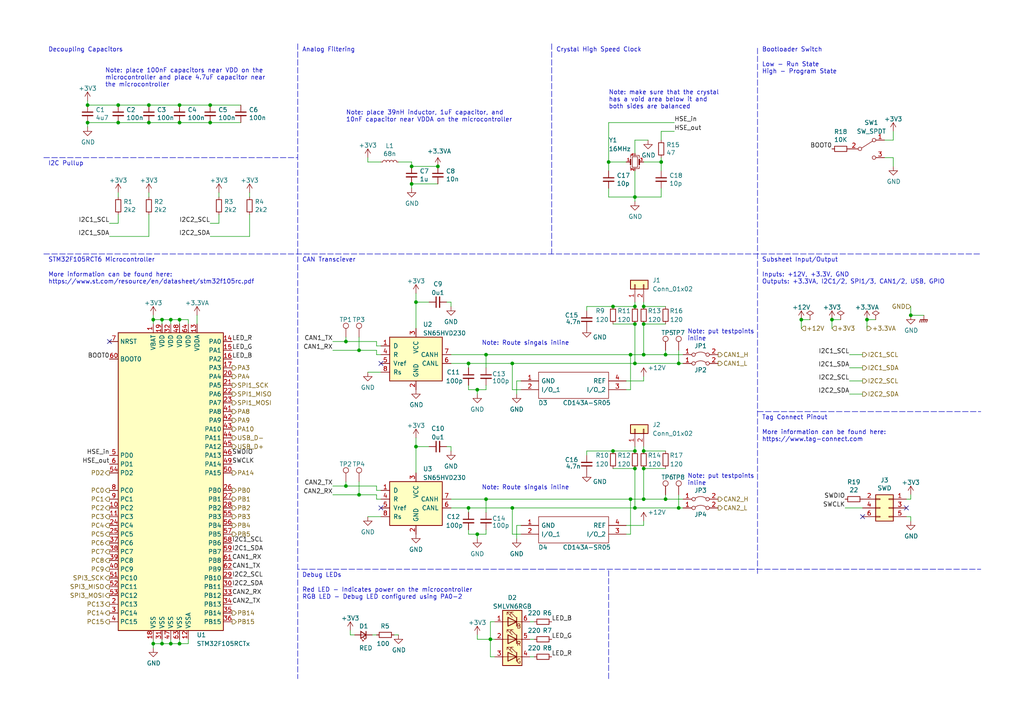
<source format=kicad_sch>
(kicad_sch (version 20211123) (generator eeschema)
  (paper "A4")
  (title_block (title "STM32F105RCT6 Subsheet") (date "2022-10-09") (company "Longhorn Racing"))
  (junction (at 251.46 92.71))
  (junction (at 138.43 154.94))
  (junction (at 49.53 186.69))
  (junction (at 135.89 147.32))
  (junction (at 184.15 57.15))
  (junction (at 119.38 53.34))
  (junction (at 184.15 135.89))
  (junction (at 104.14 143.51))
  (junction (at 60.96 35.56))
  (junction (at 140.97 102.87))
  (junction (at 34.29 35.56))
  (junction (at 100.33 99.06))
  (junction (at 104.14 101.6))
  (junction (at 43.18 35.56))
  (junction (at 186.69 88.9))
  (junction (at 142.24 185.42))
  (junction (at 177.8 88.9))
  (junction (at 148.59 105.41))
  (junction (at 60.96 30.48))
  (junction (at 196.85 105.41))
  (junction (at 196.85 147.32))
  (junction (at 186.69 93.98))
  (junction (at 44.45 186.69))
  (junction (at 186.69 135.89))
  (junction (at 186.69 144.78))
  (junction (at 52.07 92.71))
  (junction (at 100.33 140.97))
  (junction (at 186.69 130.81))
  (junction (at 177.8 130.81))
  (junction (at 184.15 93.98))
  (junction (at 148.59 147.32))
  (junction (at 120.65 129.54))
  (junction (at 184.15 147.32))
  (junction (at 46.99 186.69))
  (junction (at 184.15 105.41))
  (junction (at 176.53 46.99))
  (junction (at 119.38 48.26))
  (junction (at 193.04 102.87))
  (junction (at 34.29 30.48))
  (junction (at 44.45 92.71))
  (junction (at 127 48.26))
  (junction (at 241.3 92.71))
  (junction (at 184.15 88.9))
  (junction (at 184.15 130.81))
  (junction (at 52.07 186.69))
  (junction (at 52.07 30.48))
  (junction (at 46.99 92.71))
  (junction (at 135.89 105.41))
  (junction (at 120.65 87.63))
  (junction (at 25.4 35.56))
  (junction (at 182.88 144.78))
  (junction (at 25.4 30.48))
  (junction (at 186.69 102.87))
  (junction (at 232.41 92.71))
  (junction (at 140.97 144.78))
  (junction (at 138.43 113.03))
  (junction (at 264.16 91.44))
  (junction (at 193.04 144.78))
  (junction (at 182.88 102.87))
  (junction (at 191.77 46.99))
  (junction (at 52.07 35.56))
  (junction (at 49.53 92.71))
  (junction (at 43.18 30.48))
  (no_connect (at 31.75 99.06))
  (no_connect (at 262.89 147.32))
  (no_connect (at 250.19 149.86))
  (no_connect (at 110.49 147.32))
  (no_connect (at 110.49 105.41))
  (wire (pts (xy 106.68 45.72) (xy 106.68 46.99)))
  (wire (pts (xy 149.86 110.49) (xy 149.86 114.3)))
  (wire (pts (xy 245.11 147.32) (xy 250.19 147.32)))
  (wire (pts (xy 130.81 87.63) (xy 130.81 88.9)))
  (wire (pts (xy 262.89 144.78) (xy 264.16 144.78)))
  (wire (pts (xy 100.33 97.79) (xy 100.33 99.06)))
  (wire (pts (xy 63.5 55.88) (xy 63.5 57.15)))
  (wire (pts (xy 100.33 140.97) (xy 109.22 140.97)))
  (polyline (pts (xy 160.02 165.1) (xy 86.36 165.1)))
  (wire (pts (xy 43.18 30.48) (xy 52.07 30.48)))
  (wire (pts (xy 259.08 40.64) (xy 259.08 38.1)))
  (wire (pts (xy 140.97 144.78) (xy 140.97 148.59)))
  (wire (pts (xy 63.5 64.77) (xy 63.5 62.23)))
  (wire (pts (xy 109.22 100.33) (xy 110.49 100.33)))
  (wire (pts (xy 25.4 36.83) (xy 25.4 35.56)))
  (wire (pts (xy 140.97 144.78) (xy 182.88 144.78)))
  (wire (pts (xy 44.45 186.69) (xy 44.45 187.96)))
  (wire (pts (xy 153.67 180.34) (xy 154.94 180.34)))
  (wire (pts (xy 130.81 144.78) (xy 140.97 144.78)))
  (wire (pts (xy 191.77 46.99) (xy 191.77 49.53)))
  (wire (pts (xy 109.22 102.87) (xy 110.49 102.87)))
  (wire (pts (xy 182.88 102.87) (xy 182.88 113.03)))
  (wire (pts (xy 72.39 55.88) (xy 72.39 57.15)))
  (wire (pts (xy 60.96 35.56) (xy 69.85 35.56)))
  (wire (pts (xy 140.97 102.87) (xy 182.88 102.87)))
  (wire (pts (xy 246.38 110.49) (xy 250.19 110.49)))
  (wire (pts (xy 148.59 147.32) (xy 148.59 154.94)))
  (wire (pts (xy 148.59 154.94) (xy 151.13 154.94)))
  (wire (pts (xy 251.46 92.71) (xy 254 92.71)))
  (wire (pts (xy 186.69 109.22) (xy 186.69 110.49)))
  (wire (pts (xy 129.54 87.63) (xy 130.81 87.63)))
  (wire (pts (xy 148.59 105.41) (xy 184.15 105.41)))
  (wire (pts (xy 264.16 91.44) (xy 264.16 88.9)))
  (wire (pts (xy 170.18 130.81) (xy 170.18 132.08)))
  (wire (pts (xy 135.89 105.41) (xy 135.89 106.68)))
  (wire (pts (xy 187.96 40.64) (xy 184.15 40.64)))
  (wire (pts (xy 177.8 93.98) (xy 184.15 93.98)))
  (wire (pts (xy 96.52 140.97) (xy 100.33 140.97)))
  (wire (pts (xy 25.4 30.48) (xy 34.29 30.48)))
  (wire (pts (xy 184.15 135.89) (xy 184.15 147.32)))
  (wire (pts (xy 186.69 93.98) (xy 186.69 102.87)))
  (wire (pts (xy 135.89 147.32) (xy 148.59 147.32)))
  (wire (pts (xy 25.4 29.21) (xy 25.4 30.48)))
  (wire (pts (xy 186.69 151.13) (xy 186.69 152.4)))
  (wire (pts (xy 182.88 144.78) (xy 182.88 154.94)))
  (wire (pts (xy 138.43 113.03) (xy 140.97 113.03)))
  (wire (pts (xy 46.99 186.69) (xy 49.53 186.69)))
  (wire (pts (xy 232.41 92.71) (xy 232.41 95.25)))
  (wire (pts (xy 184.15 57.15) (xy 191.77 57.15)))
  (wire (pts (xy 106.68 107.95) (xy 110.49 107.95)))
  (wire (pts (xy 182.88 102.87) (xy 186.69 102.87)))
  (wire (pts (xy 170.18 88.9) (xy 177.8 88.9)))
  (wire (pts (xy 262.89 149.86) (xy 264.16 149.86)))
  (wire (pts (xy 186.69 93.98) (xy 193.04 93.98)))
  (wire (pts (xy 44.45 92.71) (xy 44.45 91.44)))
  (wire (pts (xy 109.22 142.24) (xy 110.49 142.24)))
  (wire (pts (xy 176.53 54.61) (xy 176.53 57.15)))
  (wire (pts (xy 142.24 180.34) (xy 142.24 185.42)))
  (wire (pts (xy 181.61 152.4) (xy 186.69 152.4)))
  (wire (pts (xy 232.41 92.71) (xy 234.95 92.71)))
  (wire (pts (xy 143.51 180.34) (xy 142.24 180.34)))
  (polyline (pts (xy 160.02 165.1) (xy 284.48 165.1)))
  (wire (pts (xy 49.53 92.71) (xy 46.99 92.71)))
  (wire (pts (xy 120.65 87.63) (xy 120.65 95.25)))
  (wire (pts (xy 106.68 46.99) (xy 110.49 46.99)))
  (wire (pts (xy 127 53.34) (xy 119.38 53.34)))
  (wire (pts (xy 60.96 64.77) (xy 63.5 64.77)))
  (wire (pts (xy 186.69 135.89) (xy 186.69 144.78)))
  (wire (pts (xy 181.61 113.03) (xy 182.88 113.03)))
  (wire (pts (xy 142.24 190.5) (xy 143.51 190.5)))
  (wire (pts (xy 138.43 154.94) (xy 138.43 156.21)))
  (wire (pts (xy 100.33 139.7) (xy 100.33 140.97)))
  (wire (pts (xy 130.81 147.32) (xy 135.89 147.32)))
  (wire (pts (xy 49.53 93.98) (xy 49.53 92.71)))
  (wire (pts (xy 138.43 113.03) (xy 138.43 114.3)))
  (wire (pts (xy 264.16 91.44) (xy 267.97 91.44)))
  (polyline (pts (xy 160.02 12.7) (xy 160.02 73.66)))
  (wire (pts (xy 186.69 88.9) (xy 186.69 87.63)))
  (wire (pts (xy 120.65 129.54) (xy 120.65 137.16)))
  (wire (pts (xy 184.15 40.64) (xy 184.15 44.45)))
  (wire (pts (xy 256.54 40.64) (xy 259.08 40.64)))
  (polyline (pts (xy 86.36 12.7) (xy 86.36 196.85)))
  (wire (pts (xy 44.45 93.98) (xy 44.45 92.71)))
  (wire (pts (xy 196.85 101.6) (xy 196.85 105.41)))
  (wire (pts (xy 184.15 87.63) (xy 184.15 88.9)))
  (wire (pts (xy 52.07 30.48) (xy 60.96 30.48)))
  (wire (pts (xy 151.13 152.4) (xy 149.86 152.4)))
  (wire (pts (xy 140.97 111.76) (xy 140.97 113.03)))
  (wire (pts (xy 109.22 143.51) (xy 109.22 144.78)))
  (wire (pts (xy 34.29 55.88) (xy 34.29 57.15)))
  (wire (pts (xy 138.43 154.94) (xy 140.97 154.94)))
  (wire (pts (xy 49.53 186.69) (xy 52.07 186.69)))
  (wire (pts (xy 256.54 45.72) (xy 259.08 45.72)))
  (wire (pts (xy 142.24 185.42) (xy 143.51 185.42)))
  (wire (pts (xy 43.18 35.56) (xy 52.07 35.56)))
  (wire (pts (xy 140.97 153.67) (xy 140.97 154.94)))
  (wire (pts (xy 129.54 129.54) (xy 130.81 129.54)))
  (wire (pts (xy 186.69 135.89) (xy 193.04 135.89)))
  (wire (pts (xy 184.15 105.41) (xy 196.85 105.41)))
  (wire (pts (xy 130.81 102.87) (xy 140.97 102.87)))
  (wire (pts (xy 135.89 154.94) (xy 138.43 154.94)))
  (wire (pts (xy 177.8 130.81) (xy 184.15 130.81)))
  (wire (pts (xy 184.15 93.98) (xy 184.15 105.41)))
  (polyline (pts (xy 219.71 13.97) (xy 219.71 166.37)))
  (wire (pts (xy 186.69 102.87) (xy 193.04 102.87)))
  (polyline (pts (xy 12.7 45.72) (xy 86.36 45.72)))
  (wire (pts (xy 170.18 130.81) (xy 177.8 130.81)))
  (wire (pts (xy 120.65 85.09) (xy 120.65 87.63)))
  (wire (pts (xy 151.13 110.49) (xy 149.86 110.49)))
  (wire (pts (xy 264.16 144.78) (xy 264.16 143.51)))
  (wire (pts (xy 193.04 101.6) (xy 193.04 102.87)))
  (wire (pts (xy 60.96 30.48) (xy 69.85 30.48)))
  (wire (pts (xy 44.45 186.69) (xy 44.45 185.42)))
  (wire (pts (xy 191.77 38.1) (xy 195.58 38.1)))
  (wire (pts (xy 259.08 45.72) (xy 259.08 48.26)))
  (wire (pts (xy 191.77 40.64) (xy 191.77 38.1)))
  (wire (pts (xy 107.95 184.15) (xy 109.22 184.15)))
  (wire (pts (xy 104.14 97.79) (xy 104.14 101.6)))
  (wire (pts (xy 34.29 30.48) (xy 43.18 30.48)))
  (wire (pts (xy 135.89 147.32) (xy 135.89 148.59)))
  (wire (pts (xy 140.97 102.87) (xy 140.97 106.68)))
  (wire (pts (xy 52.07 92.71) (xy 52.07 93.98)))
  (wire (pts (xy 72.39 68.58) (xy 72.39 62.23)))
  (wire (pts (xy 104.14 143.51) (xy 109.22 143.51)))
  (wire (pts (xy 104.14 101.6) (xy 109.22 101.6)))
  (wire (pts (xy 182.88 144.78) (xy 186.69 144.78)))
  (wire (pts (xy 181.61 154.94) (xy 182.88 154.94)))
  (wire (pts (xy 176.53 49.53) (xy 176.53 46.99)))
  (wire (pts (xy 31.75 64.77) (xy 34.29 64.77)))
  (wire (pts (xy 46.99 185.42) (xy 46.99 186.69)))
  (wire (pts (xy 196.85 143.51) (xy 196.85 147.32)))
  (polyline (pts (xy 176.53 196.85) (xy 176.53 165.1)))
  (wire (pts (xy 135.89 113.03) (xy 138.43 113.03)))
  (wire (pts (xy 54.61 186.69) (xy 54.61 185.42)))
  (wire (pts (xy 124.46 87.63) (xy 120.65 87.63)))
  (wire (pts (xy 184.15 57.15) (xy 184.15 58.42)))
  (wire (pts (xy 119.38 53.34) (xy 119.38 54.61)))
  (wire (pts (xy 193.04 102.87) (xy 198.12 102.87)))
  (wire (pts (xy 106.68 149.86) (xy 110.49 149.86)))
  (wire (pts (xy 49.53 92.71) (xy 52.07 92.71)))
  (wire (pts (xy 52.07 92.71) (xy 54.61 92.71)))
  (wire (pts (xy 114.3 184.15) (xy 115.57 184.15)))
  (wire (pts (xy 119.38 46.99) (xy 119.38 48.26)))
  (wire (pts (xy 130.81 105.41) (xy 135.89 105.41)))
  (wire (pts (xy 184.15 49.53) (xy 184.15 57.15)))
  (wire (pts (xy 148.59 105.41) (xy 148.59 113.03)))
  (wire (pts (xy 60.96 68.58) (xy 72.39 68.58)))
  (wire (pts (xy 148.59 147.32) (xy 184.15 147.32)))
  (wire (pts (xy 96.52 99.06) (xy 100.33 99.06)))
  (wire (pts (xy 186.69 130.81) (xy 186.69 129.54)))
  (wire (pts (xy 43.18 68.58) (xy 43.18 62.23)))
  (wire (pts (xy 186.69 46.99) (xy 191.77 46.99)))
  (wire (pts (xy 264.16 149.86) (xy 264.16 151.13)))
  (wire (pts (xy 96.52 143.51) (xy 104.14 143.51)))
  (wire (pts (xy 142.24 185.42) (xy 142.24 190.5)))
  (wire (pts (xy 135.89 105.41) (xy 148.59 105.41)))
  (wire (pts (xy 135.89 153.67) (xy 135.89 154.94)))
  (wire (pts (xy 52.07 35.56) (xy 60.96 35.56)))
  (wire (pts (xy 181.61 110.49) (xy 186.69 110.49)))
  (wire (pts (xy 246.38 114.3) (xy 250.19 114.3)))
  (wire (pts (xy 176.53 35.56) (xy 195.58 35.56)))
  (wire (pts (xy 154.94 190.5) (xy 153.67 190.5)))
  (wire (pts (xy 246.38 102.87) (xy 250.19 102.87)))
  (wire (pts (xy 101.6 182.88) (xy 101.6 184.15)))
  (wire (pts (xy 241.3 92.71) (xy 243.84 92.71)))
  (wire (pts (xy 138.43 185.42) (xy 138.43 184.15)))
  (wire (pts (xy 96.52 101.6) (xy 104.14 101.6)))
  (wire (pts (xy 57.15 91.44) (xy 57.15 93.98)))
  (wire (pts (xy 191.77 57.15) (xy 191.77 54.61)))
  (wire (pts (xy 148.59 113.03) (xy 151.13 113.03)))
  (wire (pts (xy 177.8 88.9) (xy 184.15 88.9)))
  (wire (pts (xy 177.8 135.89) (xy 184.15 135.89)))
  (wire (pts (xy 46.99 186.69) (xy 44.45 186.69)))
  (wire (pts (xy 25.4 35.56) (xy 34.29 35.56)))
  (wire (pts (xy 135.89 111.76) (xy 135.89 113.03)))
  (wire (pts (xy 251.46 92.71) (xy 251.46 95.25)))
  (wire (pts (xy 241.3 92.71) (xy 241.3 95.25)))
  (wire (pts (xy 124.46 129.54) (xy 120.65 129.54)))
  (wire (pts (xy 191.77 45.72) (xy 191.77 46.99)))
  (wire (pts (xy 52.07 186.69) (xy 54.61 186.69)))
  (wire (pts (xy 193.04 130.81) (xy 186.69 130.81)))
  (wire (pts (xy 130.81 129.54) (xy 130.81 130.81)))
  (wire (pts (xy 184.15 147.32) (xy 196.85 147.32)))
  (wire (pts (xy 176.53 46.99) (xy 176.53 35.56)))
  (wire (pts (xy 109.22 140.97) (xy 109.22 142.24)))
  (wire (pts (xy 34.29 64.77) (xy 34.29 62.23)))
  (wire (pts (xy 119.38 48.26) (xy 127 48.26)))
  (wire (pts (xy 109.22 101.6) (xy 109.22 102.87)))
  (polyline (pts (xy 219.71 119.38) (xy 284.48 119.38)))
  (wire (pts (xy 149.86 152.4) (xy 149.86 156.21)))
  (wire (pts (xy 246.38 106.68) (xy 250.19 106.68)))
  (wire (pts (xy 196.85 105.41) (xy 198.12 105.41)))
  (wire (pts (xy 193.04 143.51) (xy 193.04 144.78)))
  (wire (pts (xy 34.29 35.56) (xy 43.18 35.56)))
  (wire (pts (xy 176.53 46.99) (xy 181.61 46.99)))
  (wire (pts (xy 170.18 88.9) (xy 170.18 90.17)))
  (wire (pts (xy 31.75 68.58) (xy 43.18 68.58)))
  (wire (pts (xy 100.33 99.06) (xy 109.22 99.06)))
  (wire (pts (xy 176.53 57.15) (xy 184.15 57.15)))
  (wire (pts (xy 52.07 186.69) (xy 52.07 185.42)))
  (polyline (pts (xy 12.7 73.66) (xy 284.48 73.66)))
  (wire (pts (xy 138.43 185.42) (xy 142.24 185.42)))
  (wire (pts (xy 193.04 144.78) (xy 198.12 144.78)))
  (wire (pts (xy 184.15 129.54) (xy 184.15 130.81)))
  (wire (pts (xy 196.85 147.32) (xy 198.12 147.32)))
  (wire (pts (xy 44.45 92.71) (xy 46.99 92.71)))
  (wire (pts (xy 115.57 46.99) (xy 119.38 46.99)))
  (wire (pts (xy 104.14 139.7) (xy 104.14 143.51)))
  (wire (pts (xy 109.22 99.06) (xy 109.22 100.33)))
  (wire (pts (xy 46.99 92.71) (xy 46.99 93.98)))
  (wire (pts (xy 186.69 144.78) (xy 193.04 144.78)))
  (wire (pts (xy 43.18 55.88) (xy 43.18 57.15)))
  (wire (pts (xy 49.53 186.69) (xy 49.53 185.42)))
  (wire (pts (xy 120.65 127) (xy 120.65 129.54)))
  (wire (pts (xy 109.22 144.78) (xy 110.49 144.78)))
  (wire (pts (xy 193.04 88.9) (xy 186.69 88.9)))
  (wire (pts (xy 101.6 184.15) (xy 102.87 184.15)))
  (wire (pts (xy 54.61 92.71) (xy 54.61 93.98)))
  (wire (pts (xy 154.94 185.42) (xy 153.67 185.42)))
  (text "Note: place 100nF capacitors near VDD on the \nmicrocontroller and place 4.7uF capacitor near \nthe microcontroller" (at 30.48 25.4 0) (effects (font (size 1.27 1.27)) (justify left bottom)))
  (text "Note: put testpoints \ninline" (at 199.39 140.97 0) (effects (font (size 1.27 1.27)) (justify left bottom)))
  (text "Note: Route singals inline" (at 139.7 142.24 0) (effects (font (size 1.27 1.27)) (justify left bottom)))
  (text "Inputs: +12V, +3.3V, GND\nOutputs: +3.3VA, I2C1/2, SPI1/3, CAN1/2, USB, GPIO" (at 220.98 82.55 0) (effects (font (size 1.27 1.27)) (justify left bottom)))
  (text "Bootloader Switch" (at 220.98 15.24 0) (effects (font (size 1.27 1.27)) (justify left bottom)))
  (text "Low - Run State\nHigh - Program State" (at 220.98 21.59 0) (effects (font (size 1.27 1.27)) (justify left bottom)))
  (text "Note: Route singals inline" (at 139.7 100.33 0) (effects (font (size 1.27 1.27)) (justify left bottom)))
  (text "Analog Filtering" (at 87.63 15.24 0) (effects (font (size 1.27 1.27)) (justify left bottom)))
  (text "I2C Pullup" (at 13.97 48.26 0) (effects (font (size 1.27 1.27)) (justify left bottom)))
  (text "Tag Connect Pinout" (at 220.98 121.92 0) (effects (font (size 1.27 1.27)) (justify left bottom)))
  (text "Note: place 39nH inductor, 1uF capacitor, and \n10nF capacitor near VDDA on the microcontroller" (at 100.33 35.56 0) (effects (font (size 1.27 1.27)) (justify left bottom)))
  (text "Subsheet Input/Output" (at 220.98 76.2 0) (effects (font (size 1.27 1.27)) (justify left bottom)))
  (text "Debug LEDs" (at 87.63 167.64 0) (effects (font (size 1.27 1.27)) (justify left bottom)))
  (text "Note: make sure that the crystal \nhas a void area below it and\nboth sides are balanced" (at 176.53 31.75 0) (effects (font (size 1.27 1.27)) (justify left bottom)))
  (text "Decoupling Capacitors" (at 13.97 15.24 0) (effects (font (size 1.27 1.27)) (justify left bottom)))
  (text "Crystal High Speed Clock" (at 161.29 15.24 0) (effects (font (size 1.27 1.27)) (justify left bottom)))
  (text "STM32F105RCT6 Microcontroller" (at 13.97 76.2 0) (effects (font (size 1.27 1.27)) (justify left bottom)))
  (text "CAN Transciever\n" (at 87.63 76.2 0) (effects (font (size 1.27 1.27)) (justify left bottom)))
  (text "More information can be found here:\nhttps://www.st.com/resource/en/datasheet/stm32f105rc.pdf" (at 13.97 82.55 0) (effects (font (size 1.27 1.27)) (justify left bottom)))
  (text "More information can be found here: \nhttps://www.tag-connect.com" (at 220.98 128.27 0) (effects (font (size 1.27 1.27)) (justify left bottom)))
  (text "Note: put testpoints \ninline" (at 199.39 99.06 0) (effects (font (size 1.27 1.27)) (justify left bottom)))
  (text "Red LED - Indicates power on the microcontroller\nRGB LED - Debug LED configured using PA0-2" (at 87.63 173.99 0) (effects (font (size 1.27 1.27)) (justify left bottom)))
  (label "SWDIO" (at 245.11 144.78 180))
  (label "HSE_in" (at 195.58 35.56 0))
  (label "SWCLK" (at 245.11 147.32 180))
  (label "SWDIO" (at 67.31 132.08 0))
  (label "HSE_out" (at 31.75 134.62 180))
  (label "CAN2_TX" (at 67.31 175.26 0))
  (label "I2C2_SCL" (at 67.31 167.64 0))
  (label "LED_G" (at 160.02 185.42 0))
  (label "CAN1_RX" (at 96.52 101.6 180))
  (label "LED_B" (at 160.02 180.34 0))
  (label "BOOT0" (at 241.3 43.18 180))
  (label "I2C1_SCL" (at 31.75 64.77 180))
  (label "CAN2_RX" (at 67.31 172.72 0))
  (label "HSE_in" (at 31.75 132.08 180))
  (label "I2C2_SDA" (at 60.96 68.58 180))
  (label "CAN1_RX" (at 67.31 162.56 0))
  (label "CAN1_TX" (at 67.31 165.1 0))
  (label "HSE_out" (at 195.58 38.1 0))
  (label "I2C1_SCL" (at 246.38 102.87 180))
  (label "I2C1_SDA" (at 67.31 160.02 0))
  (label "CAN1_TX" (at 96.52 99.06 180))
  (label "BOOT0" (at 31.75 104.14 180))
  (label "I2C1_SDA" (at 246.38 106.68 180))
  (label "LED_R" (at 67.31 99.06 0))
  (label "LED_B" (at 67.31 104.14 0))
  (label "I2C2_SDA" (at 67.31 170.18 0))
  (label "LED_G" (at 67.31 101.6 0))
  (label "SWCLK" (at 67.31 134.62 0))
  (label "I2C2_SCL" (at 246.38 110.49 180))
  (label "LED_R" (at 160.02 190.5 0))
  (label "I2C2_SDA" (at 246.38 114.3 180))
  (label "CAN2_TX" (at 96.52 140.97 180))
  (label "I2C1_SCL" (at 67.31 157.48 0))
  (label "I2C2_SCL" (at 60.96 64.77 180))
  (label "CAN2_RX" (at 96.52 143.51 180))
  (label "I2C1_SDA" (at 31.75 68.58 180))
  (hierarchical_label "PC6" (shape output) (at 31.75 157.48 180))
  (hierarchical_label "PC7" (shape output) (at 31.75 160.02 180))
  (hierarchical_label "PC0" (shape output) (at 31.75 142.24 180))
  (hierarchical_label "USB_D-" (shape output) (at 67.31 127 0))
  (hierarchical_label "USB_D+" (shape output) (at 67.31 129.54 0))
  (hierarchical_label "CAN1_H" (shape output) (at 208.28 102.87 0))
  (hierarchical_label "SPI1_MOSI" (shape output) (at 67.31 116.84 0))
  (hierarchical_label "I2C1_SDA" (shape output) (at 250.19 106.68 0))
  (hierarchical_label "PB15" (shape output) (at 67.31 180.34 0))
  (hierarchical_label "PC5" (shape output) (at 31.75 154.94 180))
  (hierarchical_label "+12V" (shape input) (at 232.41 95.25 0))
  (hierarchical_label "PB5" (shape output) (at 67.31 154.94 0))
  (hierarchical_label "SPI1_SCK" (shape output) (at 67.31 111.76 0))
  (hierarchical_label "I2C2_SDA" (shape output) (at 250.19 114.3 0))
  (hierarchical_label "GND" (shape input) (at 264.16 88.9 180))
  (hierarchical_label "PA3" (shape output) (at 67.31 106.68 0))
  (hierarchical_label "+3V3" (shape input) (at 241.3 95.25 0))
  (hierarchical_label "SPI3_SCK" (shape output) (at 31.75 167.64 180))
  (hierarchical_label "SPI3_MISO" (shape output) (at 31.75 170.18 180))
  (hierarchical_label "PC2" (shape output) (at 31.75 147.32 180))
  (hierarchical_label "PA8" (shape output) (at 67.31 119.38 0))
  (hierarchical_label "PC9" (shape output) (at 31.75 165.1 180))
  (hierarchical_label "+3.3VA" (shape output) (at 251.46 95.25 0))
  (hierarchical_label "PB0" (shape output) (at 67.31 142.24 0))
  (hierarchical_label "CAN2_L" (shape output) (at 208.28 147.32 0))
  (hierarchical_label "PB2" (shape output) (at 67.31 147.32 0))
  (hierarchical_label "CAN1_L" (shape output) (at 208.28 105.41 0))
  (hierarchical_label "SPI1_MISO" (shape output) (at 67.31 114.3 0))
  (hierarchical_label "PD2" (shape output) (at 31.75 137.16 180))
  (hierarchical_label "PA14" (shape output) (at 67.31 137.16 0))
  (hierarchical_label "PC15" (shape output) (at 31.75 180.34 180))
  (hierarchical_label "PC8" (shape output) (at 31.75 162.56 180))
  (hierarchical_label "PB14" (shape output) (at 67.31 177.8 0))
  (hierarchical_label "I2C2_SCL" (shape output) (at 250.19 110.49 0))
  (hierarchical_label "PA4" (shape output) (at 67.31 109.22 0))
  (hierarchical_label "I2C1_SCL" (shape output) (at 250.19 102.87 0))
  (hierarchical_label "PA10" (shape output) (at 67.31 124.46 0))
  (hierarchical_label "PC13" (shape output) (at 31.75 175.26 180))
  (hierarchical_label "CAN2_H" (shape output) (at 208.28 144.78 0))
  (hierarchical_label "PB4" (shape output) (at 67.31 152.4 0))
  (hierarchical_label "PC3" (shape output) (at 31.75 149.86 180))
  (hierarchical_label "PC4" (shape output) (at 31.75 152.4 180))
  (hierarchical_label "PC1" (shape output) (at 31.75 144.78 180))
  (hierarchical_label "PC14" (shape output) (at 31.75 177.8 180))
  (hierarchical_label "PA9" (shape output) (at 67.31 121.92 0))
  (hierarchical_label "SPI3_MOSI" (shape output) (at 31.75 172.72 180))
  (hierarchical_label "PB1" (shape output) (at 67.31 144.78 0))
  (hierarchical_label "PB3" (shape output) (at 67.31 149.86 0))
  (symbol (lib_id "MCU_ST_STM32F1:STM32F105RCTx") (at 49.53 139.7 0) (unit 1)
    (property "Reference" "U1" (at 58.42 184.15 0))
    (property "Value" "STM32F105RCTx" (at 64.77 186.69 0))
    (property "Footprint" "Package_QFP:LQFP-64_10x10mm_P0.5mm" (effects hide))
    (property "Datasheet" "http://www.st.com/st-web-ui/static/active/en/resource/technical/document/datasheet/CD00220364.pdf" (effects hide))
  )
  (symbol (lib_id "power:GND") (at 44.45 187.96 0) (unit 1)
    (property "Reference" "#PWR06" (effects hide))
    (property "Value" "GND" (at 44.577 192.3542 0))
  )
  (symbol (lib_id "Switch:SW_SPDT") (at 251.46 43.18 0) (unit 1)
    (property "Reference" "SW1" (at 252.73 35.56 0))
    (property "Value" "SW_SPDT" (at 252.73 38.1 0))
    (property "Footprint" "Connector_PinHeader_1.27mm:PinHeader_1x03_P1.27mm_Vertical" (effects hide))
  )
  (symbol (lib_id "Device:R_Small") (at 243.84 43.18 270) (unit 1)
    (property "Reference" "R18" (at 243.84 38.2016 90))
    (property "Value" "10K" (at 243.84 40.513 90))
    (property "Footprint" "Resistor_SMD:R_0603_1608Metric" (effects hide))
  )
  (symbol (lib_id "power:GND") (at 259.08 48.26 0) (unit 1)
    (property "Reference" "#PWR038" (effects hide))
    (property "Value" "GND" (at 259.207 52.6542 0))
  )
  (symbol (lib_id "Device:C_Small") (at 25.4 33.02 0) (unit 1)
    (property "Reference" "C1" (at 27.7368 31.8516 0) (effects (justify left)))
    (property "Value" "4u7" (at 27.7368 34.163 0) (effects (justify left)))
    (property "Footprint" "Capacitor_SMD:C_0603_1608Metric" (effects hide))
  )
  (symbol (lib_id "Device:C_Small") (at 34.29 33.02 0) (unit 1)
    (property "Reference" "C2" (at 36.6268 31.8516 0) (effects (justify left)))
    (property "Value" "100n" (at 36.6268 34.163 0) (effects (justify left)))
    (property "Footprint" "Capacitor_SMD:C_0603_1608Metric" (effects hide))
  )
  (symbol (lib_id "Device:C_Small") (at 43.18 33.02 0) (unit 1)
    (property "Reference" "C3" (at 45.5168 31.8516 0) (effects (justify left)))
    (property "Value" "100n" (at 45.5168 34.163 0) (effects (justify left)))
    (property "Footprint" "Capacitor_SMD:C_0603_1608Metric" (effects hide))
  )
  (symbol (lib_id "Device:C_Small") (at 52.07 33.02 0) (unit 1)
    (property "Reference" "C4" (at 54.4068 31.8516 0) (effects (justify left)))
    (property "Value" "100n" (at 54.4068 34.163 0) (effects (justify left)))
    (property "Footprint" "Capacitor_SMD:C_0603_1608Metric" (effects hide))
  )
  (symbol (lib_id "Device:C_Small") (at 60.96 33.02 0) (unit 1)
    (property "Reference" "C5" (at 63.2968 31.8516 0) (effects (justify left)))
    (property "Value" "100n" (at 63.2968 34.163 0) (effects (justify left)))
    (property "Footprint" "Capacitor_SMD:C_0603_1608Metric" (effects hide))
  )
  (symbol (lib_id "Device:C_Small") (at 69.85 33.02 0) (unit 1)
    (property "Reference" "C6" (at 72.1868 31.8516 0) (effects (justify left)))
    (property "Value" "100n" (at 72.1868 34.163 0) (effects (justify left)))
    (property "Footprint" "Capacitor_SMD:C_0603_1608Metric" (effects hide))
  )
  (symbol (lib_id "power:GND") (at 25.4 36.83 0) (unit 1)
    (property "Reference" "#PWR02" (effects hide))
    (property "Value" "GND" (at 25.527 41.2242 0))
  )
  (symbol (lib_id "Device:L_Small") (at 113.03 46.99 90) (unit 1)
    (property "Reference" "L1" (at 113.03 42.291 90))
    (property "Value" "68n" (at 113.03 44.6024 90))
    (property "Footprint" "Inductor_SMD:L_0603_1608Metric" (effects hide))
  )
  (symbol (lib_id "power:+3.3VA") (at 127 48.26 0) (unit 1)
    (property "Reference" "#PWR020" (effects hide))
    (property "Value" "+3.3VA" (at 127.381 43.8658 0))
  )
  (symbol (lib_id "Device:C_Small") (at 119.38 50.8 0) (unit 1)
    (property "Reference" "C7" (at 121.7168 49.6316 0) (effects (justify left)))
    (property "Value" "1u" (at 121.7168 51.943 0) (effects (justify left)))
    (property "Footprint" "Capacitor_SMD:C_0603_1608Metric" (effects hide))
  )
  (symbol (lib_id "Device:C_Small") (at 127 50.8 0) (unit 1)
    (property "Reference" "C8" (at 129.3368 49.6316 0) (effects (justify left)))
    (property "Value" "10n" (at 129.3368 51.943 0) (effects (justify left)))
    (property "Footprint" "Capacitor_SMD:C_0603_1608Metric" (effects hide))
  )
  (symbol (lib_id "power:GND") (at 119.38 54.61 0) (unit 1)
    (property "Reference" "#PWR015" (effects hide))
    (property "Value" "GND" (at 119.507 59.0042 0))
  )
  (symbol (lib_id "Device:Crystal_GND24_Small") (at 184.15 46.99 0) (unit 1)
    (property "Reference" "Y1" (at 176.53 40.64 0) (effects (justify left)))
    (property "Value" "16MHz" (at 176.53 43.18 0) (effects (justify left)))
    (property "Footprint" "Crystal:Crystal_SMD_3225-4Pin_3.2x2.5mm" (effects hide))
    (property "Datasheet" "https://datasheet.lcsc.com/lcsc/2103291133_Yangxing-Tech-X322516MLB4SI_C13738.pdf" (effects hide))
  )
  (symbol (lib_id "power:GND") (at 184.15 58.42 0) (unit 1)
    (property "Reference" "#PWR030" (effects hide))
    (property "Value" "GND" (at 184.277 62.8142 0))
  )
  (symbol (lib_id "Device:C_Small") (at 191.77 52.07 0) (unit 1)
    (property "Reference" "C18" (at 194.1068 50.9016 0) (effects (justify left)))
    (property "Value" "10p" (at 194.1068 53.213 0) (effects (justify left)))
    (property "Footprint" "Capacitor_SMD:C_0603_1608Metric" (effects hide))
  )
  (symbol (lib_id "Device:C_Small") (at 176.53 52.07 0) (unit 1)
    (property "Reference" "C17" (at 178.8668 50.9016 0) (effects (justify left)))
    (property "Value" "10p" (at 178.8668 53.213 0) (effects (justify left)))
    (property "Footprint" "Capacitor_SMD:C_0603_1608Metric" (effects hide))
  )
  (symbol (lib_id "Device:R_Small") (at 191.77 43.18 0) (unit 1)
    (property "Reference" "R15" (at 193.2686 42.0116 0) (effects (justify left)))
    (property "Value" "47" (at 193.2686 44.323 0) (effects (justify left)))
    (property "Footprint" "Resistor_SMD:R_0603_1608Metric" (effects hide))
  )
  (symbol (lib_id "power:GND") (at 264.16 91.44 0) (unit 1)
    (property "Reference" "#PWR039" (effects hide))
    (property "Value" "GND" (at 264.287 95.8342 0))
  )
  (symbol (lib_id "power:GND") (at 187.96 40.64 0) (unit 1)
    (property "Reference" "#PWR033" (effects hide))
    (property "Value" "GND" (at 188.087 45.0342 0))
  )
  (symbol (lib_id "power:GND") (at 115.57 184.15 0) (unit 1)
    (property "Reference" "#PWR014" (effects hide))
    (property "Value" "GND" (at 115.697 188.5442 0))
  )
  (symbol (lib_id "Device:R_Small") (at 111.76 184.15 90) (unit 1)
    (property "Reference" "R5" (at 113.03 181.61 90) (effects (justify left)))
    (property "Value" "100" (at 113.03 186.69 90) (effects (justify left)))
    (property "Footprint" "Resistor_SMD:R_0603_1608Metric" (effects hide))
  )
  (symbol (lib_id "Device:LED_Small") (at 105.41 184.15 180) (unit 1)
    (property "Reference" "D1" (at 104.14 181.61 0) (effects (justify right)))
    (property "Value" "RED" (at 104.14 187.96 0) (effects (justify right)))
    (property "Footprint" "LED_SMD:LED_0603_1608Metric" (effects hide))
  )
  (symbol (lib_id "Connector_Generic:Conn_02x03_Odd_Even") (at 257.81 147.32 0) (mirror y) (unit 1)
    (property "Reference" "J3" (at 256.54 139.2682 0))
    (property "Value" "SWD" (at 256.54 141.5796 0))
    (property "Footprint" "Connector_PinHeader_1.27mm:PinHeader_2x03_P1.27mm_Vertical" (effects hide))
  )
  (symbol (lib_id "Device:R_Small") (at 247.65 144.78 270) (unit 1)
    (property "Reference" "R19" (at 247.65 139.8016 90))
    (property "Value" "22" (at 247.65 142.113 90))
    (property "Footprint" "Resistor_SMD:R_0603_1608Metric" (effects hide))
  )
  (symbol (lib_id "power:GND") (at 264.16 151.13 0) (unit 1)
    (property "Reference" "#PWR041" (effects hide))
    (property "Value" "GND" (at 264.287 155.5242 0))
  )
  (symbol (lib_id "Device:R_Small") (at 34.29 59.69 0) (unit 1)
    (property "Reference" "R1" (at 35.7886 58.5216 0) (effects (justify left)))
    (property "Value" "2k2" (at 35.7886 60.833 0) (effects (justify left)))
    (property "Footprint" "Resistor_SMD:R_0603_1608Metric" (effects hide))
  )
  (symbol (lib_id "Device:R_Small") (at 43.18 59.69 0) (unit 1)
    (property "Reference" "R2" (at 44.6786 58.5216 0) (effects (justify left)))
    (property "Value" "2k2" (at 44.6786 60.833 0) (effects (justify left)))
    (property "Footprint" "Resistor_SMD:R_0603_1608Metric" (effects hide))
  )
  (symbol (lib_id "Device:R_Small") (at 63.5 59.69 0) (unit 1)
    (property "Reference" "R3" (at 64.9986 58.5216 0) (effects (justify left)))
    (property "Value" "2k2" (at 64.9986 60.833 0) (effects (justify left)))
    (property "Footprint" "Resistor_SMD:R_0603_1608Metric" (effects hide))
  )
  (symbol (lib_id "Device:R_Small") (at 72.39 59.69 0) (unit 1)
    (property "Reference" "R4" (at 73.8886 58.5216 0) (effects (justify left)))
    (property "Value" "2k2" (at 73.8886 60.833 0) (effects (justify left)))
    (property "Footprint" "Resistor_SMD:R_0603_1608Metric" (effects hide))
  )
  (symbol (lib_id "Global Symbols:CD143A-SR05") (at 151.13 152.4 0) (unit 1)
    (property "Reference" "D4" (at 157.48 158.75 0))
    (property "Value" "CD143A-SR05" (at 170.18 158.75 0))
    (property "Footprint" "Global Libraries:CD143ASR05" (effects hide))
    (property "Datasheet" "https://www.bourns.com/docs/Product-Datasheets/CD143A-SR05_12.pdf" (effects hide))
    (property "Description" "TVS Diode Array 500W Vcc,2xData SOT143" (effects hide))
    (property "Height" "1.24" (effects hide))
    (property "Mouser Part Number" "652-CD143A-SR05" (effects hide))
    (property "Mouser Price/Stock" "https://www.mouser.co.uk/ProductDetail/Bourns/CD143A-SR05?qs=tQpxx9W%2FqMmkp6h6iUxcCg%3D%3D" (effects hide))
    (property "Manufacturer_Name" "Bourns" (effects hide))
    (property "Manufacturer_Part_Number" "CD143A-SR05" (effects hide))
  )
  (symbol (lib_id "Jumper:Jumper_2_Bridged") (at 203.2 144.78 0) (unit 1)
    (property "Reference" "JP3" (at 203.2 142.24 0))
    (property "Value" " " (at 203.2 142.9821 0))
    (property "Footprint" "Jumper:SolderJumper-2_P1.3mm_Bridged2Bar_Pad1.0x1.5mm" (effects hide))
  )
  (symbol (lib_id "Connector:TestPoint") (at 193.04 101.6 0) (unit 1)
    (property "Reference" "TP5" (at 191.77 96.52 0) (effects (justify left)))
    (property "Value" " " (at 194.437 100.0002 0) (effects (justify left)))
    (property "Footprint" "TestPoint:TestPoint_THTPad_1.0x1.0mm_Drill0.5mm" (effects hide))
  )
  (symbol (lib_id "power:+3V3") (at 63.5 55.88 0) (unit 1)
    (property "Reference" "#PWR08" (effects hide))
    (property "Value" "+3V3" (at 63.5 52.3042 0))
  )
  (symbol (lib_id "power:+12V") (at 232.41 92.71 0) (unit 1)
    (property "Reference" "#PWR034" (effects hide))
    (property "Value" "+12V" (at 232.41 89.1342 0))
  )
  (symbol (lib_id "power:+3V3") (at 106.68 45.72 0) (unit 1)
    (property "Reference" "#PWR011" (effects hide))
    (property "Value" "+3V3" (at 106.68 42.1442 0))
  )
  (symbol (lib_id "power:GND") (at 170.18 95.25 0) (unit 1)
    (property "Reference" "#PWR028" (effects hide))
    (property "Value" "GND" (at 173.99 97.79 0))
  )
  (symbol (lib_id "Connector:TestPoint") (at 104.14 97.79 0) (unit 1)
    (property "Reference" "TP3" (at 102.235 92.71 0) (effects (justify left)))
    (property "Value" " " (at 105.537 96.1902 0) (effects (justify left)))
    (property "Footprint" "TestPoint:TestPoint_THTPad_1.0x1.0mm_Drill0.5mm" (effects hide))
  )
  (symbol (lib_id "Connector_Generic:Conn_01x02") (at 184.15 82.55 90) (unit 1)
    (property "Reference" "J1" (at 189.23 81.28 90) (effects (justify right)))
    (property "Value" "Conn_01x02" (at 189.23 83.82 90) (effects (justify right)))
    (property "Footprint" "Connector_PinHeader_2.54mm:PinHeader_1x02_P2.54mm_Vertical" (effects hide))
  )
  (symbol (lib_id "power:+3V3") (at 34.29 55.88 0) (unit 1)
    (property "Reference" "#PWR03" (effects hide))
    (property "Value" "+3V3" (at 34.29 52.3042 0))
  )
  (symbol (lib_id "Global Symbols:CD143A-SR05") (at 151.13 110.49 0) (unit 1)
    (property "Reference" "D3" (at 157.48 116.84 0))
    (property "Value" "CD143A-SR05" (at 170.18 116.84 0))
    (property "Footprint" "Global Libraries:CD143ASR05" (effects hide))
    (property "Datasheet" "https://www.bourns.com/docs/Product-Datasheets/CD143A-SR05_12.pdf" (effects hide))
    (property "Description" "TVS Diode Array 500W Vcc,2xData SOT143" (effects hide))
    (property "Height" "1.24" (effects hide))
    (property "Mouser Part Number" "652-CD143A-SR05" (effects hide))
    (property "Mouser Price/Stock" "https://www.mouser.co.uk/ProductDetail/Bourns/CD143A-SR05?qs=tQpxx9W%2FqMmkp6h6iUxcCg%3D%3D" (effects hide))
    (property "Manufacturer_Name" "Bourns" (effects hide))
    (property "Manufacturer_Part_Number" "CD143A-SR05" (effects hide))
  )
  (symbol (lib_id "power:PWR_FLAG") (at 254 92.71 0) (unit 1)
    (property "Reference" "#FLG03" (effects hide))
    (property "Value" "PWR_FLAG" (effects hide))
  )
  (symbol (lib_id "Device:C_Small") (at 140.97 151.13 0) (unit 1)
    (property "Reference" "C14" (at 142.748 150.368 0) (effects (justify left)))
    (property "Value" "100p" (at 142.748 152.4 0) (effects (justify left)))
    (property "Footprint" "Capacitor_SMD:C_0603_1608Metric" (effects hide))
  )
  (symbol (lib_id "Device:R_Small") (at 157.48 190.5 90) (unit 1)
    (property "Reference" "R8" (at 158.75 187.96 90))
    (property "Value" "220" (at 154.94 187.96 90))
    (property "Footprint" "Resistor_SMD:R_0603_1608Metric" (effects hide))
  )
  (symbol (lib_id "power:+3V3") (at 44.45 91.44 0) (unit 1)
    (property "Reference" "#PWR05" (effects hide))
    (property "Value" "+3V3" (at 44.45 87.8642 0))
  )
  (symbol (lib_id "power:GND") (at 138.43 114.3 0) (unit 1)
    (property "Reference" "#PWR023" (effects hide))
    (property "Value" "GND" (at 138.43 118.7434 0))
  )
  (symbol (lib_id "Device:R_Small") (at 184.15 133.35 0) (unit 1)
    (property "Reference" "R12" (at 179.07 132.08 0) (effects (justify left)))
    (property "Value" "120" (at 179.07 134.62 0) (effects (justify left)))
    (property "Footprint" "Resistor_SMD:R_0603_1608Metric" (effects hide))
  )
  (symbol (lib_id "power:GND") (at 130.81 130.81 0) (unit 1)
    (property "Reference" "#PWR022" (effects hide))
    (property "Value" "GND" (at 130.81 135.2534 0))
  )
  (symbol (lib_id "power:+3V3") (at 101.6 182.88 0) (unit 1)
    (property "Reference" "#PWR010" (effects hide))
    (property "Value" "+3V3" (at 101.6 179.3042 0))
  )
  (symbol (lib_id "Device:R_Small") (at 157.48 185.42 90) (unit 1)
    (property "Reference" "R7" (at 158.75 182.88 90))
    (property "Value" "220" (at 154.94 182.88 90))
    (property "Footprint" "Resistor_SMD:R_0603_1608Metric" (effects hide))
  )
  (symbol (lib_id "Device:C_Small") (at 127 129.54 90) (unit 1)
    (property "Reference" "C10" (at 127.0063 124.2781 90))
    (property "Value" "0u1" (at 127.0063 126.815 90))
    (property "Footprint" "Capacitor_SMD:C_0603_1608Metric" (effects hide))
  )
  (symbol (lib_id "Device:C_Small") (at 170.18 134.62 180) (unit 1)
    (property "Reference" "C16" (at 163.83 133.35 0) (effects (justify right)))
    (property "Value" "4.7n" (at 164.084 135.255 0) (effects (justify right)))
    (property "Footprint" "Capacitor_SMD:C_0603_1608Metric" (effects hide))
  )
  (symbol (lib_id "Device:R_Small") (at 193.04 133.35 180) (unit 1)
    (property "Reference" "R17" (at 198.12 132.08 0) (effects (justify left)))
    (property "Value" "120" (at 198.12 134.62 0) (effects (justify left)))
    (property "Footprint" "Resistor_SMD:R_0603_1608Metric" (effects hide))
  )
  (symbol (lib_id "power:PWR_FLAG") (at 234.95 92.71 0) (unit 1)
    (property "Reference" "#FLG01" (effects hide))
    (property "Value" "PWR_FLAG" (effects hide))
  )
  (symbol (lib_id "power:+12V") (at 186.69 151.13 0) (unit 1)
    (property "Reference" "#PWR032" (effects hide))
    (property "Value" "+12V" (at 190.5 148.59 0))
  )
  (symbol (lib_id "power:GND") (at 138.43 156.21 0) (unit 1)
    (property "Reference" "#PWR024" (effects hide))
    (property "Value" "GND" (at 138.43 160.6534 0))
  )
  (symbol (lib_id "power:GND") (at 120.65 154.94 0) (unit 1)
    (property "Reference" "#PWR019" (effects hide))
    (property "Value" "GND" (at 120.65 159.3834 0))
  )
  (symbol (lib_id "power:+3V3") (at 25.4 29.21 0) (unit 1)
    (property "Reference" "#PWR01" (effects hide))
    (property "Value" "+3V3" (at 25.4 25.6342 0))
  )
  (symbol (lib_id "power:GND") (at 130.81 88.9 0) (unit 1)
    (property "Reference" "#PWR021" (effects hide))
    (property "Value" "GND" (at 130.81 93.3434 0))
  )
  (symbol (lib_id "power:+3V3") (at 241.3 92.71 0) (unit 1)
    (property "Reference" "#PWR035" (effects hide))
    (property "Value" "+3V3" (at 241.3 89.1342 0))
  )
  (symbol (lib_id "power:GND") (at 106.68 149.86 0) (unit 1)
    (property "Reference" "#PWR013" (effects hide))
    (property "Value" "GND" (at 106.68 154.3034 0))
  )
  (symbol (lib_id "Connector_Generic:Conn_01x02") (at 184.15 124.46 90) (unit 1)
    (property "Reference" "J2" (at 189.23 123.19 90) (effects (justify right)))
    (property "Value" "Conn_01x02" (at 189.23 125.73 90) (effects (justify right)))
    (property "Footprint" "Connector_PinHeader_2.54mm:PinHeader_1x02_P2.54mm_Vertical" (effects hide))
  )
  (symbol (lib_id "power:+3.3VA") (at 251.46 92.71 0) (unit 1)
    (property "Reference" "#PWR036" (effects hide))
    (property "Value" "+3.3VA" (at 251.46 89.1342 0))
  )
  (symbol (lib_id "power:PWR_FLAG") (at 243.84 92.71 0) (unit 1)
    (property "Reference" "#FLG02" (effects hide))
    (property "Value" "PWR_FLAG" (effects hide))
  )
  (symbol (lib_id "power:+3V3") (at 43.18 55.88 0) (unit 1)
    (property "Reference" "#PWR04" (effects hide))
    (property "Value" "+3V3" (at 43.18 52.3042 0))
  )
  (symbol (lib_id "power:GNDPWR") (at 267.97 91.44 0) (unit 1)
    (property "Reference" "#PWR042" (effects hide))
    (property "Value" "GNDPWR" (effects hide))
  )
  (symbol (lib_id "Connector:TestPoint") (at 196.85 101.6 0) (unit 1)
    (property "Reference" "TP7" (at 196.85 96.52 0))
    (property "Value" " " (at 196.85 96.52 0))
    (property "Footprint" "TestPoint:TestPoint_THTPad_1.0x1.0mm_Drill0.5mm" (effects hide))
  )
  (symbol (lib_id "power:GND") (at 170.18 137.16 0) (unit 1)
    (property "Reference" "#PWR029" (effects hide))
    (property "Value" "GND" (at 173.99 139.7 0))
  )
  (symbol (lib_id "power:+3.3VA") (at 57.15 91.44 0) (unit 1)
    (property "Reference" "#PWR07" (effects hide))
    (property "Value" "+3.3VA" (at 57.15 87.8642 0))
  )
  (symbol (lib_id "power:GND") (at 149.86 114.3 0) (unit 1)
    (property "Reference" "#PWR026" (effects hide))
    (property "Value" "GND" (at 149.86 118.7434 0))
  )
  (symbol (lib_id "power:+12V") (at 186.69 109.22 0) (unit 1)
    (property "Reference" "#PWR031" (effects hide))
    (property "Value" "+12V" (at 190.5 106.68 0))
  )
  (symbol (lib_id "Device:R_Small") (at 157.48 180.34 90) (unit 1)
    (property "Reference" "R6" (at 158.75 177.8 90))
    (property "Value" "220" (at 154.94 177.8 90))
    (property "Footprint" "Resistor_SMD:R_0603_1608Metric" (effects hide))
  )
  (symbol (lib_id "Jumper:Jumper_2_Bridged") (at 203.2 147.32 0) (unit 1)
    (property "Reference" "JP4" (at 203.2 149.225 0))
    (property "Value" " " (at 203.2 145.5221 0))
    (property "Footprint" "Jumper:SolderJumper-2_P1.3mm_Bridged2Bar_Pad1.0x1.5mm" (effects hide))
  )
  (symbol (lib_id "Connector:TestPoint") (at 193.04 143.51 0) (unit 1)
    (property "Reference" "TP6" (at 191.77 138.43 0) (effects (justify left)))
    (property "Value" " " (at 194.437 141.9102 0) (effects (justify left)))
    (property "Footprint" "TestPoint:TestPoint_THTPad_1.0x1.0mm_Drill0.5mm" (effects hide))
  )
  (symbol (lib_id "LED:SMLVN6RGB") (at 148.59 185.42 0) (unit 1)
    (property "Reference" "D2" (at 148.59 173.3382 0))
    (property "Value" "SMLVN6RGB" (at 148.59 175.8751 0))
    (property "Footprint" "LED_SMD:LED_ROHM_SMLVN6" (effects hide))
    (property "Datasheet" "https://www.rohm.com/datasheet/SMLVN6RGB1U" (effects hide))
  )
  (symbol (lib_id "power:+3V3") (at 264.16 143.51 0) (unit 1)
    (property "Reference" "#PWR040" (effects hide))
    (property "Value" "+3V3" (at 264.16 139.9342 0))
  )
  (symbol (lib_id "Device:R_Small") (at 186.69 133.35 180) (unit 1)
    (property "Reference" "R14" (at 191.77 132.08 0) (effects (justify left)))
    (property "Value" "120" (at 191.77 134.62 0) (effects (justify left)))
    (property "Footprint" "Resistor_SMD:R_0603_1608Metric" (effects hide))
  )
  (symbol (lib_id "Device:R_Small") (at 177.8 133.35 0) (unit 1)
    (property "Reference" "R10" (at 172.72 132.08 0) (effects (justify left)))
    (property "Value" "120" (at 172.72 134.62 0) (effects (justify left)))
    (property "Footprint" "Resistor_SMD:R_0603_1608Metric" (effects hide))
  )
  (symbol (lib_id "Device:C_Small") (at 170.18 92.71 180) (unit 1)
    (property "Reference" "C15" (at 163.83 91.44 0) (effects (justify right)))
    (property "Value" "4.7n" (at 164.084 93.345 0) (effects (justify right)))
    (property "Footprint" "Capacitor_SMD:C_0603_1608Metric" (effects hide))
  )
  (symbol (lib_id "Device:C_Small") (at 135.89 151.13 0) (unit 1)
    (property "Reference" "C12" (at 129.54 149.86 0) (effects (justify left)))
    (property "Value" "100p" (at 129.286 152.4 0) (effects (justify left)))
    (property "Footprint" "Capacitor_SMD:C_0603_1608Metric" (effects hide))
  )
  (symbol (lib_id "Jumper:Jumper_2_Bridged") (at 203.2 102.87 0) (unit 1)
    (property "Reference" "JP1" (at 203.2 100.33 0))
    (property "Value" " " (at 203.2 101.0721 0))
    (property "Footprint" "Jumper:SolderJumper-2_P1.3mm_Bridged2Bar_Pad1.0x1.5mm" (effects hide))
  )
  (symbol (lib_id "Connector:TestPoint") (at 100.33 97.79 0) (unit 1)
    (property "Reference" "TP1" (at 98.425 92.71 0) (effects (justify left)))
    (property "Value" " " (at 101.727 96.1902 0) (effects (justify left)))
    (property "Footprint" "TestPoint:TestPoint_THTPad_1.0x1.0mm_Drill0.5mm" (effects hide))
  )
  (symbol (lib_id "Connector:TestPoint") (at 100.33 139.7 0) (unit 1)
    (property "Reference" "TP2" (at 98.425 134.62 0) (effects (justify left)))
    (property "Value" " " (at 101.727 138.1002 0) (effects (justify left)))
    (property "Footprint" "TestPoint:TestPoint_THTPad_1.0x1.0mm_Drill0.5mm" (effects hide))
  )
  (symbol (lib_id "Jumper:Jumper_2_Bridged") (at 203.2 105.41 0) (unit 1)
    (property "Reference" "JP2" (at 203.2 107.315 0))
    (property "Value" " " (at 203.2 103.6121 0))
    (property "Footprint" "Jumper:SolderJumper-2_P1.3mm_Bridged2Bar_Pad1.0x1.5mm" (effects hide))
  )
  (symbol (lib_id "Device:R_Small") (at 193.04 91.44 180) (unit 1)
    (property "Reference" "R16" (at 198.12 90.17 0) (effects (justify left)))
    (property "Value" "120" (at 198.12 92.71 0) (effects (justify left)))
    (property "Footprint" "Resistor_SMD:R_0603_1608Metric" (effects hide))
  )
  (symbol (lib_id "Device:C_Small") (at 140.97 109.22 0) (unit 1)
    (property "Reference" "C13" (at 142.748 108.458 0) (effects (justify left)))
    (property "Value" "100p" (at 142.748 110.49 0) (effects (justify left)))
    (property "Footprint" "Capacitor_SMD:C_0603_1608Metric" (effects hide))
  )
  (symbol (lib_id "Device:R_Small") (at 184.15 91.44 0) (unit 1)
    (property "Reference" "R11" (at 179.07 90.17 0) (effects (justify left)))
    (property "Value" "120" (at 179.07 92.71 0) (effects (justify left)))
    (property "Footprint" "Resistor_SMD:R_0603_1608Metric" (effects hide))
  )
  (symbol (lib_id "power:GND") (at 149.86 156.21 0) (unit 1)
    (property "Reference" "#PWR027" (effects hide))
    (property "Value" "GND" (at 149.86 160.6534 0))
  )
  (symbol (lib_id "Connector:TestPoint") (at 196.85 143.51 0) (unit 1)
    (property "Reference" "TP8" (at 196.85 138.43 0))
    (property "Value" " " (at 196.85 138.43 0))
    (property "Footprint" "TestPoint:TestPoint_THTPad_1.0x1.0mm_Drill0.5mm" (effects hide))
  )
  (symbol (lib_id "power:GND") (at 106.68 107.95 0) (unit 1)
    (property "Reference" "#PWR012" (effects hide))
    (property "Value" "GND" (at 106.68 112.3934 0))
  )
  (symbol (lib_id "Device:C_Small") (at 135.89 109.22 0) (unit 1)
    (property "Reference" "C11" (at 129.54 107.95 0) (effects (justify left)))
    (property "Value" "100p" (at 129.286 110.49 0) (effects (justify left)))
    (property "Footprint" "Capacitor_SMD:C_0603_1608Metric" (effects hide))
  )
  (symbol (lib_id "power:+3V3") (at 120.65 85.09 0) (unit 1)
    (property "Reference" "#PWR016" (effects hide))
    (property "Value" "+3V3" (at 120.65 81.5142 0))
  )
  (symbol (lib_id "power:+3V3") (at 72.39 55.88 0) (unit 1)
    (property "Reference" "#PWR09" (effects hide))
    (property "Value" "+3V3" (at 72.39 52.3042 0))
  )
  (symbol (lib_id "Interface_CAN_LIN:SN65HVD230") (at 120.65 102.87 0) (unit 1)
    (property "Reference" "U2" (at 122.6694 94.0902 0) (effects (justify left)))
    (property "Value" "SN65HVD230" (at 122.6694 96.6271 0) (effects (justify left)))
    (property "Footprint" "Package_SO:SOIC-8_3.9x4.9mm_P1.27mm" (effects hide))
    (property "Datasheet" "http://www.ti.com/lit/ds/symlink/sn65hvd230.pdf" (effects hide))
  )
  (symbol (lib_id "Device:R_Small") (at 177.8 91.44 0) (unit 1)
    (property "Reference" "R9" (at 172.72 90.17 0) (effects (justify left)))
    (property "Value" "120" (at 172.72 92.71 0) (effects (justify left)))
    (property "Footprint" "Resistor_SMD:R_0603_1608Metric" (effects hide))
  )
  (symbol (lib_id "Interface_CAN_LIN:SN65HVD230") (at 120.65 144.78 0) (unit 1)
    (property "Reference" "U3" (at 122.6694 136.0002 0) (effects (justify left)))
    (property "Value" "SN65HVD230" (at 122.6694 138.5371 0) (effects (justify left)))
    (property "Footprint" "Package_SO:SOIC-8_3.9x4.9mm_P1.27mm" (effects hide))
    (property "Datasheet" "http://www.ti.com/lit/ds/symlink/sn65hvd230.pdf" (effects hide))
  )
  (symbol (lib_id "power:+3V3") (at 259.08 38.1 0) (unit 1)
    (property "Reference" "#PWR037" (effects hide))
    (property "Value" "+3V3" (at 259.08 34.5242 0))
  )
  (symbol (lib_id "Connector:TestPoint") (at 104.14 139.7 0) (unit 1)
    (property "Reference" "TP4" (at 102.235 134.62 0) (effects (justify left)))
    (property "Value" " " (at 105.537 138.1002 0) (effects (justify left)))
    (property "Footprint" "TestPoint:TestPoint_THTPad_1.0x1.0mm_Drill0.5mm" (effects hide))
  )
  (symbol (lib_id "power:+3V3") (at 120.65 127 0) (unit 1)
    (property "Reference" "#PWR018" (effects hide))
    (property "Value" "+3V3" (at 120.65 123.4242 0))
  )
  (symbol (lib_id "Device:C_Small") (at 127 87.63 90) (unit 1)
    (property "Reference" "C9" (at 127.0063 82.3681 90))
    (property "Value" "0u1" (at 127.0063 84.905 90))
    (property "Footprint" "Capacitor_SMD:C_0603_1608Metric" (effects hide))
  )
  (symbol (lib_id "power:GND") (at 120.65 113.03 0) (unit 1)
    (property "Reference" "#PWR017" (effects hide))
    (property "Value" "GND" (at 120.777 117.4242 0))
  )
  (symbol (lib_id "Device:R_Small") (at 186.69 91.44 180) (unit 1)
    (property "Reference" "R13" (at 191.77 90.17 0) (effects (justify left)))
    (property "Value" "120" (at 191.77 92.71 0) (effects (justify left)))
    (property "Footprint" "Resistor_SMD:R_0603_1608Metric" (effects hide))
  )
  (symbol (lib_id "power:+3V3") (at 138.43 184.15 0) (unit 1)
    (property "Reference" "#PWR025" (effects hide))
    (property "Value" "+3V3" (at 138.43 180.5742 0))
  )
)
</source>
